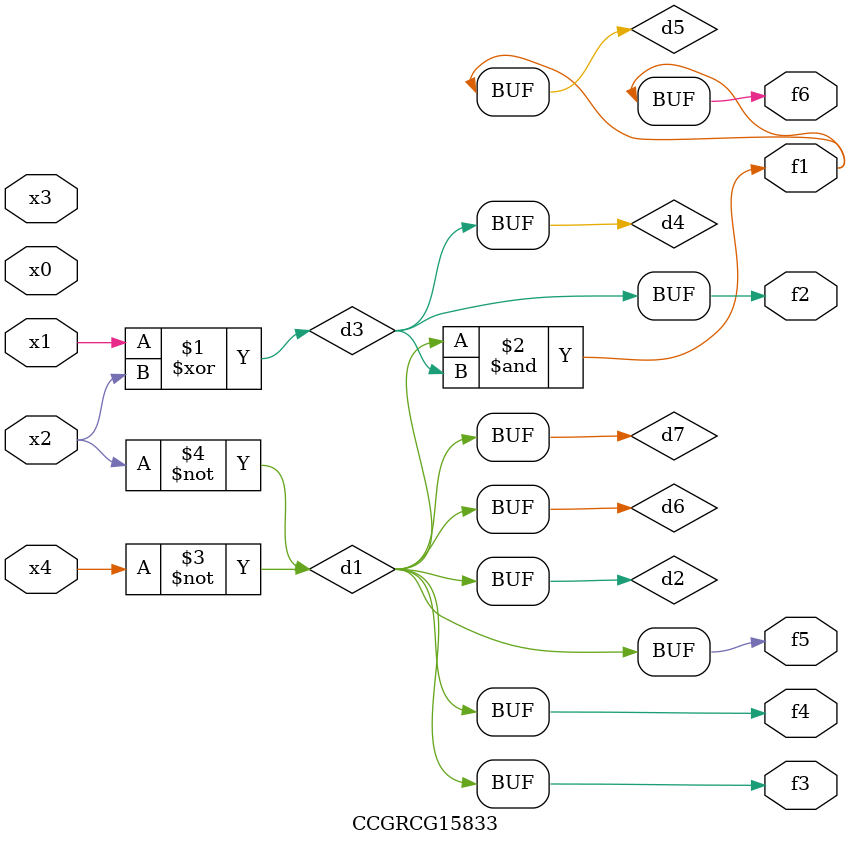
<source format=v>
module CCGRCG15833(
	input x0, x1, x2, x3, x4,
	output f1, f2, f3, f4, f5, f6
);

	wire d1, d2, d3, d4, d5, d6, d7;

	not (d1, x4);
	not (d2, x2);
	xor (d3, x1, x2);
	buf (d4, d3);
	and (d5, d1, d3);
	buf (d6, d1, d2);
	buf (d7, d2);
	assign f1 = d5;
	assign f2 = d4;
	assign f3 = d7;
	assign f4 = d7;
	assign f5 = d7;
	assign f6 = d5;
endmodule

</source>
